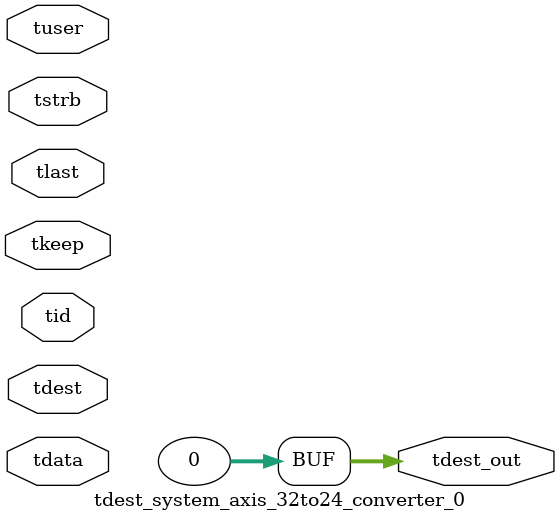
<source format=v>


`timescale 1ps/1ps

module tdest_system_axis_32to24_converter_0 #
(
parameter C_S_AXIS_TDATA_WIDTH = 32,
parameter C_S_AXIS_TUSER_WIDTH = 0,
parameter C_S_AXIS_TID_WIDTH   = 0,
parameter C_S_AXIS_TDEST_WIDTH = 0,
parameter C_M_AXIS_TDEST_WIDTH = 32
)
(
input  [(C_S_AXIS_TDATA_WIDTH == 0 ? 1 : C_S_AXIS_TDATA_WIDTH)-1:0     ] tdata,
input  [(C_S_AXIS_TUSER_WIDTH == 0 ? 1 : C_S_AXIS_TUSER_WIDTH)-1:0     ] tuser,
input  [(C_S_AXIS_TID_WIDTH   == 0 ? 1 : C_S_AXIS_TID_WIDTH)-1:0       ] tid,
input  [(C_S_AXIS_TDEST_WIDTH == 0 ? 1 : C_S_AXIS_TDEST_WIDTH)-1:0     ] tdest,
input  [(C_S_AXIS_TDATA_WIDTH/8)-1:0 ] tkeep,
input  [(C_S_AXIS_TDATA_WIDTH/8)-1:0 ] tstrb,
input                                                                    tlast,
output [C_M_AXIS_TDEST_WIDTH-1:0] tdest_out
);

assign tdest_out = {1'b0};

endmodule


</source>
